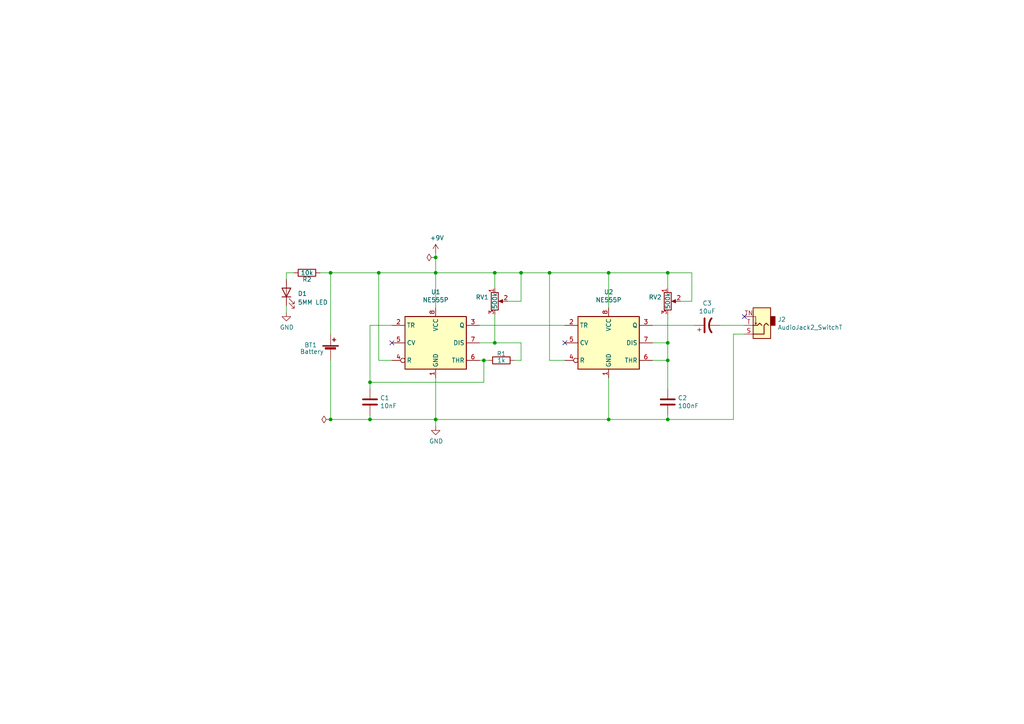
<source format=kicad_sch>
(kicad_sch (version 20211123) (generator eeschema)
  (paper "A4")
  (lib_symbols
    (symbol "BusinessCardOscillator-rescue:CP1-Device" (pin_numbers hide) (pin_names (offset 0.254) hide)
      (property "Reference" "C" (at 0.635 2.54 0))
      (property "Value" "CP1-Device" (at 0.635 -2.54 0))
      (symbol "CP1-Device_0_1"
        (polyline (pts (xy -2.032 0.762) (xy 2.032 0.762)) (stroke (width 0.508)))
        (polyline (pts (xy -1.778 2.286) (xy -0.762 2.286)))
        (polyline (pts (xy -1.27 1.778) (xy -1.27 2.794)))
        (arc (start 2.032 -1.27) (mid 0 -0.5572) (end -2.032 -1.27) (stroke (width 0.508)))
      )
      (symbol "CP1-Device_1_1"
        (pin passive line (at 0 3.81 270) (length 2.794) (name "~") (number "1"))
        (pin passive line (at 0 -3.81 90) (length 3.302) (name "~") (number "2"))
      )
    )
    (symbol "BusinessCardOscillator-rescue:R_POT-Device" (pin_names (offset 1.016) hide)
      (property "Reference" "RV" (at -4.445 0 90))
      (property "Value" "R_POT-Device" (at -2.54 0 90))
      (symbol "R_POT-Device_0_1"
        (polyline (pts (xy 2.54 0) (xy 1.524 0)))
        (polyline (pts (xy 1.143 0) (xy 2.286 0.508) (xy 2.286 -0.508) (xy 1.143 0)) (fill (type outline)))
        (rectangle (start 1.016 2.54) (end -1.016 -2.54) (stroke (width 0.254)))
      )
      (symbol "R_POT-Device_1_1"
        (pin passive line (at 0 3.81 270) (length 1.27) (name "1") (number "1"))
        (pin passive line (at 3.81 0 180) (length 1.27) (name "2") (number "2"))
        (pin passive line (at 0 -3.81 90) (length 1.27) (name "3") (number "3"))
      )
    )
    (symbol "Connector:AudioJack2_SwitchT"
      (property "Reference" "J" (at 0 8.89 0))
      (property "Value" "AudioJack2_SwitchT" (at 0 6.35 0))
      (symbol "AudioJack2_SwitchT_0_1"
        (rectangle (start -2.54 0) (end -3.81 -2.54) (stroke (width 0.254)) (fill (type outline)))
        (polyline (pts (xy 1.778 -0.254) (xy 2.032 -0.762)))
        (polyline (pts (xy 0 0) (xy 0.635 -0.635) (xy 1.27 0) (xy 2.54 0)) (stroke (width 0.254)))
        (polyline (pts (xy 2.54 -2.54) (xy 1.778 -2.54) (xy 1.778 -0.254) (xy 1.524 -0.762)))
        (polyline (pts (xy 2.54 2.54) (xy -0.635 2.54) (xy -0.635 0) (xy -1.27 -0.635) (xy -1.905 0)) (stroke (width 0.254)))
        (rectangle (start 2.54 3.81) (end -2.54 -5.08) (stroke (width 0.254)) (fill (type background)))
      )
      (symbol "AudioJack2_SwitchT_1_1"
        (pin passive line (at 5.08 2.54 180) (length 2.54) (name "~") (number "S"))
        (pin passive line (at 5.08 0 180) (length 2.54) (name "~") (number "T"))
        (pin passive line (at 5.08 -2.54 180) (length 2.54) (name "~") (number "TN"))
      )
    )
    (symbol "Device:Battery_Cell" (pin_numbers hide) (pin_names (offset 0) hide)
      (property "Reference" "BT" (at 2.54 2.54 0))
      (property "Value" "Battery_Cell" (at 2.54 0 0))
      (symbol "Battery_Cell_0_1"
        (rectangle (start -2.286 1.778) (end 2.286 1.524) (fill (type outline)))
        (rectangle (start -1.5748 1.1938) (end 1.4732 0.6858) (fill (type outline)))
        (polyline (pts (xy 0 0.762) (xy 0 0)))
        (polyline (pts (xy 0 1.778) (xy 0 2.54)))
        (polyline (pts (xy 0.508 3.429) (xy 1.524 3.429)) (stroke (width 0.254)))
        (polyline (pts (xy 1.016 3.937) (xy 1.016 2.921)) (stroke (width 0.254)))
      )
      (symbol "Battery_Cell_1_1"
        (pin passive line (at 0 5.08 270) (length 2.54) (name "+") (number "1"))
        (pin passive line (at 0 -2.54 90) (length 2.54) (name "-") (number "2"))
      )
    )
    (symbol "Device:C" (pin_numbers hide) (pin_names (offset 0.254))
      (property "Reference" "C" (at 0.635 2.54 0))
      (property "Value" "C" (at 0.635 -2.54 0))
      (symbol "C_0_1"
        (polyline (pts (xy -2.032 -0.762) (xy 2.032 -0.762)) (stroke (width 0.508)))
        (polyline (pts (xy -2.032 0.762) (xy 2.032 0.762)) (stroke (width 0.508)))
      )
      (symbol "C_1_1"
        (pin passive line (at 0 3.81 270) (length 2.794) (name "~") (number "1"))
        (pin passive line (at 0 -3.81 90) (length 2.794) (name "~") (number "2"))
      )
    )
    (symbol "Device:LED" (pin_numbers hide) (pin_names (offset 1.016) hide)
      (property "Reference" "D" (at 0 2.54 0))
      (property "Value" "LED" (at 0 -2.54 0))
      (symbol "LED_0_1"
        (polyline (pts (xy -1.27 -1.27) (xy -1.27 1.27)) (stroke (width 0.254)))
        (polyline (pts (xy -1.27 0) (xy 1.27 0)))
        (polyline (pts (xy 1.27 -1.27) (xy 1.27 1.27) (xy -1.27 0) (xy 1.27 -1.27)) (stroke (width 0.254)))
        (polyline (pts (xy -3.048 -0.762) (xy -4.572 -2.286) (xy -3.81 -2.286) (xy -4.572 -2.286) (xy -4.572 -1.524)))
        (polyline (pts (xy -1.778 -0.762) (xy -3.302 -2.286) (xy -2.54 -2.286) (xy -3.302 -2.286) (xy -3.302 -1.524)))
      )
      (symbol "LED_1_1"
        (pin passive line (at -3.81 0 0) (length 2.54) (name "K") (number "1"))
        (pin passive line (at 3.81 0 180) (length 2.54) (name "A") (number "2"))
      )
    )
    (symbol "Device:R" (pin_numbers hide) (pin_names (offset 0))
      (property "Reference" "R" (at 2.032 0 90))
      (property "Value" "R" (at 0 0 90))
      (symbol "R_0_1"
        (rectangle (start -1.016 -2.54) (end 1.016 2.54) (stroke (width 0.254)))
      )
      (symbol "R_1_1"
        (pin passive line (at 0 3.81 270) (length 1.27) (name "~") (number "1"))
        (pin passive line (at 0 -3.81 90) (length 1.27) (name "~") (number "2"))
      )
    )
    (symbol "Timer:NE555P"
      (property "Reference" "U" (at -10.16 8.89 0))
      (property "Value" "NE555P" (at 2.54 8.89 0))
      (symbol "NE555P_0_0"
        (pin power_in line (at 0 -10.16 90) (length 2.54) (name "GND") (number "1"))
        (pin power_in line (at 0 10.16 270) (length 2.54) (name "VCC") (number "8"))
      )
      (symbol "NE555P_0_1"
        (rectangle (start -8.89 -7.62) (end 8.89 7.62) (stroke (width 0.254)) (fill (type background)))
        (rectangle (start -8.89 -7.62) (end 8.89 7.62) (stroke (width 0.254)) (fill (type background)))
      )
      (symbol "NE555P_1_1"
        (pin input line (at -12.7 5.08 0) (length 3.81) (name "TR") (number "2"))
        (pin output line (at 12.7 5.08 180) (length 3.81) (name "Q") (number "3"))
        (pin input inverted (at -12.7 -5.08 0) (length 3.81) (name "R") (number "4"))
        (pin input line (at -12.7 0 0) (length 3.81) (name "CV") (number "5"))
        (pin input line (at 12.7 -5.08 180) (length 3.81) (name "THR") (number "6"))
        (pin input line (at 12.7 0 180) (length 3.81) (name "DIS") (number "7"))
      )
    )
    (symbol "power:+9V" (power) (pin_names (offset 0))
      (property "Value" "+9V" (at 0 3.556 0))
      (symbol "+9V_0_1"
        (polyline (pts (xy -0.762 1.27) (xy 0 2.54)))
        (polyline (pts (xy 0 0) (xy 0 2.54)))
        (polyline (pts (xy 0 2.54) (xy 0.762 1.27)))
      )
      (symbol "+9V_1_1"
        (pin power_in line (at 0 0 90) (length 0) hide (name "+9V") (number "1"))
      )
    )
    (symbol "power:GND" (power) (pin_names (offset 0))
      (property "Value" "GND" (at 0 -3.81 0))
      (symbol "GND_0_1"
        (polyline (pts (xy 0 0) (xy 0 -1.27) (xy 1.27 -1.27) (xy 0 -2.54) (xy -1.27 -1.27) (xy 0 -1.27)))
      )
      (symbol "GND_1_1"
        (pin power_in line (at 0 0 270) (length 0) hide (name "GND") (number "1"))
      )
    )
    (symbol "power:PWR_FLAG" (power) (pin_numbers hide) (pin_names (offset 0) hide)
      (property "Value" "PWR_FLAG" (at 0 3.81 0))
      (symbol "PWR_FLAG_0_0"
        (pin power_out line (at 0 0 90) (length 0) (name "pwr") (number "1"))
      )
      (symbol "PWR_FLAG_0_1"
        (polyline (pts (xy 0 0) (xy 0 1.27) (xy -1.016 1.905) (xy 0 2.54) (xy 1.016 1.905) (xy 0 1.27)))
      )
    )
  )
  (junction (at 109.855 79.121))
  (junction (at 151.13 79.121))
  (junction (at 143.51 99.441))
  (junction (at 193.675 99.441))
  (junction (at 126.365 79.121))
  (junction (at 193.675 104.521))
  (junction (at 107.315 110.871))
  (junction (at 193.675 79.121))
  (junction (at 176.53 121.666))
  (junction (at 176.53 79.121))
  (junction (at 107.315 121.666))
  (junction (at 140.335 104.521))
  (junction (at 95.885 121.666))
  (junction (at 193.675 121.666))
  (junction (at 126.365 121.666))
  (junction (at 95.885 79.121))
  (junction (at 159.385 79.121))
  (junction (at 143.51 79.121))
  (junction (at 126.365 74.676))
  (no_connect (at 163.83 99.441))
  (no_connect (at 113.665 99.441))
  (no_connect (at 215.9 91.821))
  (wire (pts (xy 212.725 96.901) (xy 215.9 96.901)))
  (wire (pts (xy 126.365 121.666) (xy 126.365 123.571)))
  (wire (pts (xy 212.725 121.666) (xy 212.725 96.901)))
  (wire (pts (xy 141.605 104.521) (xy 140.335 104.521)))
  (wire (pts (xy 193.675 121.666) (xy 212.725 121.666)))
  (wire (pts (xy 113.665 104.521) (xy 109.855 104.521)))
  (wire (pts (xy 176.53 79.121) (xy 193.675 79.121)))
  (wire (pts (xy 113.665 94.361) (xy 107.315 94.361)))
  (wire (pts (xy 215.9 94.361) (xy 208.915 94.361)))
  (wire (pts (xy 109.855 79.121) (xy 95.885 79.121)))
  (wire (pts (xy 126.365 73.406) (xy 126.365 74.676)))
  (wire (pts (xy 107.315 94.361) (xy 107.315 110.871)))
  (wire (pts (xy 126.365 109.601) (xy 126.365 121.666)))
  (wire (pts (xy 159.385 104.521) (xy 159.385 79.121)))
  (wire (pts (xy 176.53 79.121) (xy 176.53 89.281)))
  (wire (pts (xy 151.13 104.521) (xy 151.13 99.441)))
  (wire (pts (xy 143.51 99.441) (xy 139.065 99.441)))
  (wire (pts (xy 193.675 99.441) (xy 193.675 104.521)))
  (wire (pts (xy 200.66 79.121) (xy 200.66 87.376)))
  (wire (pts (xy 143.51 79.121) (xy 126.365 79.121)))
  (wire (pts (xy 193.675 79.121) (xy 200.66 79.121)))
  (wire (pts (xy 126.365 121.666) (xy 176.53 121.666)))
  (wire (pts (xy 189.23 99.441) (xy 193.675 99.441)))
  (wire (pts (xy 143.51 91.186) (xy 143.51 99.441)))
  (wire (pts (xy 201.295 94.361) (xy 189.23 94.361)))
  (wire (pts (xy 193.675 91.186) (xy 193.675 99.441)))
  (wire (pts (xy 151.13 99.441) (xy 143.51 99.441)))
  (wire (pts (xy 176.53 121.666) (xy 176.53 109.601)))
  (wire (pts (xy 95.885 121.666) (xy 107.315 121.666)))
  (wire (pts (xy 143.51 79.121) (xy 151.13 79.121)))
  (wire (pts (xy 140.335 104.521) (xy 140.335 110.871)))
  (wire (pts (xy 95.885 79.121) (xy 95.885 96.901)))
  (wire (pts (xy 126.365 74.676) (xy 126.365 79.121)))
  (wire (pts (xy 126.365 79.121) (xy 126.365 89.281)))
  (wire (pts (xy 109.855 79.121) (xy 126.365 79.121)))
  (wire (pts (xy 83.058 79.121) (xy 83.058 81.026)))
  (wire (pts (xy 149.225 104.521) (xy 151.13 104.521)))
  (wire (pts (xy 151.13 79.121) (xy 151.13 87.376)))
  (wire (pts (xy 151.13 79.121) (xy 159.385 79.121)))
  (wire (pts (xy 95.885 104.521) (xy 95.885 121.666)))
  (wire (pts (xy 193.675 121.666) (xy 176.53 121.666)))
  (wire (pts (xy 107.315 120.396) (xy 107.315 121.666)))
  (wire (pts (xy 140.335 104.521) (xy 139.065 104.521)))
  (wire (pts (xy 85.217 79.121) (xy 83.058 79.121)))
  (wire (pts (xy 151.13 87.376) (xy 147.32 87.376)))
  (wire (pts (xy 189.23 104.521) (xy 193.675 104.521)))
  (wire (pts (xy 107.315 121.666) (xy 126.365 121.666)))
  (wire (pts (xy 200.66 87.376) (xy 197.485 87.376)))
  (wire (pts (xy 83.058 88.646) (xy 83.058 90.551)))
  (wire (pts (xy 107.315 110.871) (xy 107.315 112.776)))
  (wire (pts (xy 139.065 94.361) (xy 163.83 94.361)))
  (wire (pts (xy 143.51 83.566) (xy 143.51 79.121)))
  (wire (pts (xy 193.675 104.521) (xy 193.675 112.776)))
  (wire (pts (xy 109.855 104.521) (xy 109.855 79.121)))
  (wire (pts (xy 193.675 79.121) (xy 193.675 83.566)))
  (wire (pts (xy 193.675 120.396) (xy 193.675 121.666)))
  (wire (pts (xy 163.83 104.521) (xy 159.385 104.521)))
  (wire (pts (xy 92.837 79.121) (xy 95.885 79.121)))
  (wire (pts (xy 140.335 110.871) (xy 107.315 110.871)))
  (wire (pts (xy 159.385 79.121) (xy 176.53 79.121)))
  (symbol (lib_id "Device:R") (at 145.415 104.521 270) (unit 1)
    (property "Reference" "R1" (at 145.415 102.616 90))
    (property "Value" "1k" (at 145.415 104.521 90))
    (property "Footprint" "benjiaomodular:Resistor_L6.3mm_D2.5mm_P7.62mm_Horizontal" (effects hide))
    (property "Manufacturers Name" " KOA Speer" (effects hide))
    (property "Manufacturers Part Number" "MF1/4DCT26A1001F" (effects hide))
    (property "Type" "Through-hole" (effects hide))
  )
  (symbol (lib_id "power:GND") (at 126.365 123.571 0) (unit 1)
    (property "Reference" "#PWR02" (effects hide))
    (property "Value" "GND" (at 126.492 127.9652 0))
  )
  (symbol (lib_id "Device:C") (at 107.315 116.586 0) (unit 1)
    (property "Reference" "C1" (at 110.236 115.4176 0) (effects (justify left)))
    (property "Value" "10nF" (at 110.236 117.729 0) (effects (justify left)))
    (property "Footprint" "benjiaomodular:Capacitor_Rect_L7.2mm_W2.5mm_P5.00mm" (effects hide))
    (property "Manufacturers Name" "KEMET" (effects hide))
    (property "Manufacturers Part Number" "MMK5103K50J01L4BULK" (effects hide))
    (property "Part Description" "Film Capacitors 50volts 0.01uF 10% LS 5mm" (effects hide))
    (property "Type" "Through-hole" (effects hide))
  )
  (symbol (lib_id "power:+9V") (at 126.365 73.406 0) (unit 1)
    (property "Reference" "#PWR01" (effects hide))
    (property "Value" "+9V" (at 126.746 69.0118 0))
  )
  (symbol (lib_id "BusinessCardOscillator-rescue:R_POT-Device") (at 143.51 87.376 0) (unit 1)
    (property "Reference" "RV1" (at 141.7574 86.2076 0) (effects (justify right)))
    (property "Value" "500k" (at 143.51 84.836 90) (effects (justify right)))
    (property "Footprint" "benjiaomodular:Potentiometer_RV09" (effects hide))
    (property "Manufacturers Name" "Alpha (Taiwan) " (effects hide))
    (property "Manufacturers Part Number" "RV09AF-40-20K-B500K" (effects hide))
    (property "Type" "Through-hole" (effects hide))
  )
  (symbol (lib_id "Device:C") (at 193.675 116.586 0) (unit 1)
    (property "Reference" "C2" (at 196.596 115.4176 0) (effects (justify left)))
    (property "Value" "100nF" (at 196.596 117.729 0) (effects (justify left)))
    (property "Footprint" "benjiaomodular:Capacitor_Rect_L7.2mm_W2.5mm_P5.00mm" (effects hide))
    (property "Manufacturers Name" "KEMET" (effects hide))
    (property "Manufacturers Part Number" "MMK5104K50J01L4BULK" (effects hide))
    (property "Part Description" "Film Capacitors 50volts 0.1uF 10% LS 5mm" (effects hide))
    (property "Type" "Through-hole" (effects hide))
  )
  (symbol (lib_id "BusinessCardOscillator-rescue:R_POT-Device") (at 193.675 87.376 0) (unit 1)
    (property "Reference" "RV2" (at 191.9224 86.2076 0) (effects (justify right)))
    (property "Value" "500k" (at 193.675 84.836 90) (effects (justify right)))
    (property "Footprint" "benjiaomodular:Potentiometer_RV09" (effects hide))
    (property "Manufacturers Name" "Alpha (Taiwan) " (effects hide))
    (property "Manufacturers Part Number" "RV09AF-40-20K-B500K" (effects hide))
    (property "Type" "Through-hole" (effects hide))
  )
  (symbol (lib_id "BusinessCardOscillator-rescue:CP1-Device") (at 205.105 94.361 90) (unit 1)
    (property "Reference" "C3" (at 205.105 87.9602 90))
    (property "Value" "10uF" (at 205.105 90.2716 90))
    (property "Footprint" "benjiaomodular:Capacitor_Radial_D5.0mm_P2.5mm" (effects hide))
    (property "Manufacturers Name" "Nichicon" (effects hide))
    (property "Manufacturers Part Number" "UVR1E100MDD1TD" (effects hide))
    (property "Part Description" "Aluminum Electrolytic Capacitors - Radial Leaded 25volts 10uF" (effects hide))
    (property "Type" "Through-hole" (effects hide))
  )
  (symbol (lib_id "Connector:AudioJack2_SwitchT") (at 220.98 94.361 180) (unit 1)
    (property "Reference" "J2" (at 225.552 92.6592 0) (effects (justify right)))
    (property "Value" "AudioJack2_SwitchT" (at 225.552 94.9706 0) (effects (justify right)))
    (property "Footprint" "benjiaomodular:AudioJack_3.5mm" (effects hide))
    (property "Manufacturers Name" "Tayda Electronics" (effects hide))
    (property "Manufacturers Part Number" "PJ-3001F" (effects hide))
    (property "Type" "Through-hole" (effects hide))
  )
  (symbol (lib_id "power:PWR_FLAG") (at 126.365 74.676 90) (unit 1)
    (property "Reference" "#FLG0101" (effects hide))
    (property "Value" "PWR_FLAG" (effects hide))
  )
  (symbol (lib_id "power:PWR_FLAG") (at 95.885 121.666 90) (unit 1)
    (property "Reference" "#FLG0102" (effects hide))
    (property "Value" "PWR_FLAG" (effects hide))
  )
  (symbol (lib_id "Timer:NE555P") (at 126.365 99.441 0) (unit 1)
    (property "Reference" "U1" (at 126.365 84.6836 0))
    (property "Value" "NE555P" (at 126.365 86.995 0))
    (property "Footprint" "Package_DIP:DIP-8_W7.62mm" (effects hide))
    (property "Datasheet" "http://www.ti.com/lit/ds/symlink/ne555.pdf" (effects hide))
    (property "Manufacturers Name" "Texas Instruments" (effects hide))
    (property "Manufacturers Part Number" "NE555P" (effects hide))
    (property "Package" "PDIP-8" (effects hide))
    (property "Part Description" "Timers & Support Products " (effects hide))
    (property "Type" "Through-hole" (effects hide))
  )
  (symbol (lib_id "Timer:NE555P") (at 176.53 99.441 0) (unit 1)
    (property "Reference" "U2" (at 176.53 84.6836 0))
    (property "Value" "NE555P" (at 176.53 86.995 0))
    (property "Footprint" "Package_DIP:DIP-8_W7.62mm" (effects hide))
    (property "Datasheet" "http://www.ti.com/lit/ds/symlink/ne555.pdf" (effects hide))
    (property "Manufacturers Name" "Texas Instruments" (effects hide))
    (property "Manufacturers Part Number" "NE555P" (effects hide))
    (property "Package" "PDIP-8" (effects hide))
    (property "Part Description" "Timers & Support Products " (effects hide))
    (property "Type" "Through-hole" (effects hide))
  )
  (symbol (lib_id "Device:Battery_Cell") (at 95.885 101.981 0) (unit 1)
    (property "Reference" "BT1" (at 88.265 100.076 0) (effects (justify left)))
    (property "Value" "Battery" (at 86.995 101.981 0) (effects (justify left)))
    (property "Footprint" "Connector_PinHeader_2.54mm:PinHeader_1x02_P2.54mm_Vertical" (effects hide))
    (property "Type" "Through-hole" (effects hide))
  )
  (symbol (lib_id "Device:R") (at 89.027 79.121 90) (unit 1)
    (property "Reference" "R2" (at 89.027 81.026 90))
    (property "Value" "10k" (at 89.027 79.121 90))
    (property "Footprint" "benjiaomodular:Resistor_L6.3mm_D2.5mm_P7.62mm_Horizontal" (effects hide))
    (property "Manufacturers Name" " KOA Speer" (effects hide))
    (property "Manufacturers Part Number" "MF1/4DC1002F" (effects hide))
    (property "Type" "Through-hole" (effects hide))
  )
  (symbol (lib_id "power:GND") (at 83.058 90.551 0) (unit 1)
    (property "Reference" "#PWR03" (effects hide))
    (property "Value" "GND" (at 83.185 94.9452 0))
  )
  (symbol (lib_id "Device:LED") (at 83.058 84.836 90) (unit 1)
    (property "Reference" "D1" (at 86.36 85.1534 90) (effects (justify right)))
    (property "Value" "5MM LED" (at 86.36 87.6934 90) (effects (justify right)))
    (property "Footprint" "LED_THT:LED_D5.0mm" (effects hide))
    (property "Type" "Through-hole" (effects hide))
  )
)
</source>
